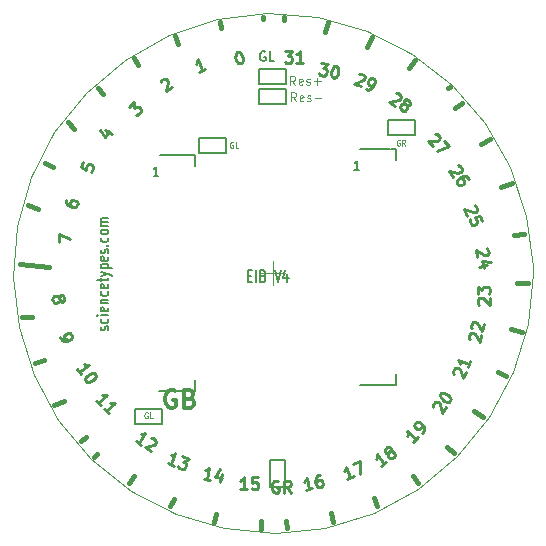
<source format=gto>
G04 (created by PCBNEW-RS274X (2012-apr-16-27)-stable) date Tue 01 Apr 2014 03:39:00 PM EDT*
G01*
G70*
G90*
%MOIN*%
G04 Gerber Fmt 3.4, Leading zero omitted, Abs format*
%FSLAX34Y34*%
G04 APERTURE LIST*
%ADD10C,0.006000*%
%ADD11C,0.007400*%
%ADD12C,0.015000*%
%ADD13C,0.000400*%
%ADD14C,0.005000*%
%ADD15C,0.007900*%
%ADD16C,0.004500*%
%ADD17C,0.012000*%
%ADD18C,0.009900*%
G04 APERTURE END LIST*
G54D10*
G54D11*
X33871Y-41276D02*
X33889Y-41248D01*
X33889Y-41192D01*
X33871Y-41163D01*
X33833Y-41149D01*
X33814Y-41149D01*
X33777Y-41163D01*
X33758Y-41192D01*
X33758Y-41234D01*
X33739Y-41262D01*
X33702Y-41276D01*
X33683Y-41276D01*
X33646Y-41262D01*
X33627Y-41234D01*
X33627Y-41192D01*
X33646Y-41163D01*
X33871Y-40896D02*
X33889Y-40924D01*
X33889Y-40981D01*
X33871Y-41009D01*
X33852Y-41023D01*
X33814Y-41037D01*
X33702Y-41037D01*
X33664Y-41023D01*
X33646Y-41009D01*
X33627Y-40981D01*
X33627Y-40924D01*
X33646Y-40896D01*
X33889Y-40770D02*
X33627Y-40770D01*
X33495Y-40770D02*
X33514Y-40784D01*
X33533Y-40770D01*
X33514Y-40756D01*
X33495Y-40770D01*
X33533Y-40770D01*
X33871Y-40517D02*
X33889Y-40545D01*
X33889Y-40602D01*
X33871Y-40630D01*
X33833Y-40644D01*
X33683Y-40644D01*
X33646Y-40630D01*
X33627Y-40602D01*
X33627Y-40545D01*
X33646Y-40517D01*
X33683Y-40503D01*
X33721Y-40503D01*
X33758Y-40644D01*
X33627Y-40377D02*
X33889Y-40377D01*
X33664Y-40377D02*
X33646Y-40363D01*
X33627Y-40335D01*
X33627Y-40292D01*
X33646Y-40264D01*
X33683Y-40250D01*
X33889Y-40250D01*
X33871Y-39983D02*
X33889Y-40011D01*
X33889Y-40068D01*
X33871Y-40096D01*
X33852Y-40110D01*
X33814Y-40124D01*
X33702Y-40124D01*
X33664Y-40110D01*
X33646Y-40096D01*
X33627Y-40068D01*
X33627Y-40011D01*
X33646Y-39983D01*
X33871Y-39744D02*
X33889Y-39772D01*
X33889Y-39829D01*
X33871Y-39857D01*
X33833Y-39871D01*
X33683Y-39871D01*
X33646Y-39857D01*
X33627Y-39829D01*
X33627Y-39772D01*
X33646Y-39744D01*
X33683Y-39730D01*
X33721Y-39730D01*
X33758Y-39871D01*
X33627Y-39646D02*
X33627Y-39534D01*
X33495Y-39604D02*
X33833Y-39604D01*
X33871Y-39590D01*
X33889Y-39562D01*
X33889Y-39534D01*
X33627Y-39463D02*
X33889Y-39393D01*
X33627Y-39322D02*
X33889Y-39393D01*
X33983Y-39421D01*
X34002Y-39435D01*
X34021Y-39463D01*
X33627Y-39210D02*
X34021Y-39210D01*
X33646Y-39210D02*
X33627Y-39182D01*
X33627Y-39125D01*
X33646Y-39097D01*
X33664Y-39083D01*
X33702Y-39069D01*
X33814Y-39069D01*
X33852Y-39083D01*
X33871Y-39097D01*
X33889Y-39125D01*
X33889Y-39182D01*
X33871Y-39210D01*
X33871Y-38830D02*
X33889Y-38858D01*
X33889Y-38915D01*
X33871Y-38943D01*
X33833Y-38957D01*
X33683Y-38957D01*
X33646Y-38943D01*
X33627Y-38915D01*
X33627Y-38858D01*
X33646Y-38830D01*
X33683Y-38816D01*
X33721Y-38816D01*
X33758Y-38957D01*
X33871Y-38704D02*
X33889Y-38676D01*
X33889Y-38620D01*
X33871Y-38591D01*
X33833Y-38577D01*
X33814Y-38577D01*
X33777Y-38591D01*
X33758Y-38620D01*
X33758Y-38662D01*
X33739Y-38690D01*
X33702Y-38704D01*
X33683Y-38704D01*
X33646Y-38690D01*
X33627Y-38662D01*
X33627Y-38620D01*
X33646Y-38591D01*
X33852Y-38451D02*
X33871Y-38437D01*
X33889Y-38451D01*
X33871Y-38465D01*
X33852Y-38451D01*
X33889Y-38451D01*
X33871Y-38184D02*
X33889Y-38212D01*
X33889Y-38269D01*
X33871Y-38297D01*
X33852Y-38311D01*
X33814Y-38325D01*
X33702Y-38325D01*
X33664Y-38311D01*
X33646Y-38297D01*
X33627Y-38269D01*
X33627Y-38212D01*
X33646Y-38184D01*
X33889Y-38016D02*
X33871Y-38044D01*
X33852Y-38058D01*
X33814Y-38072D01*
X33702Y-38072D01*
X33664Y-38058D01*
X33646Y-38044D01*
X33627Y-38016D01*
X33627Y-37973D01*
X33646Y-37945D01*
X33664Y-37931D01*
X33702Y-37917D01*
X33814Y-37917D01*
X33852Y-37931D01*
X33871Y-37945D01*
X33889Y-37973D01*
X33889Y-38016D01*
X33889Y-37791D02*
X33627Y-37791D01*
X33664Y-37791D02*
X33646Y-37777D01*
X33627Y-37749D01*
X33627Y-37706D01*
X33646Y-37678D01*
X33683Y-37664D01*
X33889Y-37664D01*
X33683Y-37664D02*
X33646Y-37650D01*
X33627Y-37622D01*
X33627Y-37580D01*
X33646Y-37552D01*
X33683Y-37538D01*
X33889Y-37538D01*
X38543Y-39461D02*
X38642Y-39461D01*
X38684Y-39667D02*
X38543Y-39667D01*
X38543Y-39273D01*
X38684Y-39273D01*
X38810Y-39667D02*
X38810Y-39273D01*
X39049Y-39461D02*
X39091Y-39480D01*
X39105Y-39499D01*
X39119Y-39536D01*
X39119Y-39592D01*
X39105Y-39630D01*
X39091Y-39649D01*
X39063Y-39667D01*
X38950Y-39667D01*
X38950Y-39273D01*
X39049Y-39273D01*
X39077Y-39292D01*
X39091Y-39311D01*
X39105Y-39349D01*
X39105Y-39386D01*
X39091Y-39424D01*
X39077Y-39442D01*
X39049Y-39461D01*
X38950Y-39461D01*
X39428Y-39273D02*
X39526Y-39667D01*
X39625Y-39273D01*
X39850Y-39405D02*
X39850Y-39667D01*
X39779Y-39255D02*
X39709Y-39536D01*
X39892Y-39536D01*
G54D12*
X41102Y-31339D02*
X41201Y-31004D01*
X42520Y-31831D02*
X42677Y-31516D01*
X43898Y-32520D02*
X44114Y-32283D01*
X45217Y-33209D02*
X45276Y-33150D01*
X45453Y-33878D02*
X45669Y-33701D01*
X46299Y-35079D02*
X46594Y-34902D01*
X46969Y-36496D02*
X47343Y-36378D01*
X47421Y-38091D02*
X47756Y-38051D01*
X47500Y-39705D02*
X47874Y-39705D01*
X47303Y-41220D02*
X47677Y-41319D01*
X46890Y-42657D02*
X47146Y-42815D01*
X46083Y-43976D02*
X46378Y-44154D01*
X45177Y-45177D02*
X45413Y-45374D01*
X44055Y-46142D02*
X44193Y-46378D01*
X42736Y-46870D02*
X42835Y-47126D01*
X41319Y-47382D02*
X41378Y-47657D01*
X39823Y-47638D02*
X39843Y-47874D01*
X38957Y-47894D02*
X38957Y-47874D01*
X38957Y-47638D02*
X38957Y-47894D01*
X37461Y-47402D02*
X37402Y-47657D01*
X36063Y-46890D02*
X35925Y-47146D01*
X34744Y-46142D02*
X34567Y-46358D01*
X33504Y-45413D02*
X33406Y-45512D01*
X33130Y-44823D02*
X32972Y-44961D01*
X32421Y-43622D02*
X32087Y-43760D01*
X31732Y-42283D02*
X31437Y-42382D01*
X31339Y-40827D02*
X31004Y-40846D01*
X31909Y-39173D02*
X30925Y-39075D01*
X31555Y-37244D02*
X31220Y-37106D01*
X32047Y-35827D02*
X31772Y-35689D01*
X32756Y-34567D02*
X32539Y-34331D01*
X33701Y-33406D02*
X33543Y-33189D01*
X34882Y-32441D02*
X34744Y-32205D01*
X36220Y-31732D02*
X36102Y-31457D01*
X37638Y-31201D02*
X37618Y-31004D01*
X39055Y-30906D02*
X39055Y-30827D01*
X39724Y-30945D02*
X39744Y-30846D01*
G54D13*
X38976Y-39370D02*
X39764Y-39370D01*
X39370Y-38976D02*
X39370Y-39764D01*
X48032Y-39370D02*
X47867Y-41052D01*
X47378Y-42670D01*
X46584Y-44163D01*
X45516Y-45473D01*
X44213Y-46551D01*
X42726Y-47355D01*
X41111Y-47855D01*
X39430Y-48031D01*
X37747Y-47878D01*
X36126Y-47401D01*
X34628Y-46618D01*
X33310Y-45558D01*
X32223Y-44263D01*
X31409Y-42782D01*
X30898Y-41170D01*
X30709Y-39490D01*
X30851Y-37807D01*
X31317Y-36182D01*
X32090Y-34678D01*
X33140Y-33353D01*
X34427Y-32258D01*
X35903Y-31433D01*
X37510Y-30911D01*
X39189Y-30710D01*
X40874Y-30840D01*
X42502Y-31295D01*
X44011Y-32057D01*
X45343Y-33098D01*
X46448Y-34377D01*
X47283Y-35847D01*
X47816Y-37451D01*
X48028Y-39129D01*
X48032Y-39370D01*
G54D14*
X38910Y-33234D02*
X39810Y-33234D01*
X39810Y-33234D02*
X39810Y-33734D01*
X39810Y-33734D02*
X38910Y-33734D01*
X38910Y-33734D02*
X38910Y-33234D01*
X38910Y-32575D02*
X39810Y-32575D01*
X39810Y-32575D02*
X39810Y-33075D01*
X39810Y-33075D02*
X38910Y-33075D01*
X38910Y-33075D02*
X38910Y-32575D01*
X44092Y-34778D02*
X43192Y-34778D01*
X43192Y-34778D02*
X43192Y-34278D01*
X43192Y-34278D02*
X44092Y-34278D01*
X44092Y-34278D02*
X44092Y-34778D01*
X37793Y-35368D02*
X36893Y-35368D01*
X36893Y-35368D02*
X36893Y-34868D01*
X36893Y-34868D02*
X37793Y-34868D01*
X37793Y-34868D02*
X37793Y-35368D01*
X35667Y-44384D02*
X34767Y-44384D01*
X34767Y-44384D02*
X34767Y-43884D01*
X34767Y-43884D02*
X35667Y-43884D01*
X35667Y-43884D02*
X35667Y-44384D01*
X39258Y-46513D02*
X39258Y-45613D01*
X39258Y-45613D02*
X39758Y-45613D01*
X39758Y-45613D02*
X39758Y-46513D01*
X39758Y-46513D02*
X39258Y-46513D01*
G54D15*
X36615Y-43307D02*
X35571Y-43307D01*
X36595Y-35433D02*
X35591Y-35433D01*
X35512Y-36122D02*
X35532Y-36122D01*
X35394Y-36122D02*
X35512Y-36122D01*
X35473Y-35826D02*
X35414Y-35886D01*
X35473Y-35846D02*
X35473Y-36102D01*
X36772Y-43306D02*
X36772Y-42932D01*
X36615Y-43306D02*
X36772Y-43306D01*
X36615Y-35433D02*
X36772Y-35433D01*
X36772Y-35433D02*
X36772Y-35807D01*
X43308Y-43110D02*
X42264Y-43110D01*
X43288Y-35236D02*
X42284Y-35236D01*
X42205Y-35925D02*
X42225Y-35925D01*
X42087Y-35925D02*
X42205Y-35925D01*
X42166Y-35629D02*
X42107Y-35689D01*
X42166Y-35649D02*
X42166Y-35905D01*
X43465Y-43109D02*
X43465Y-42735D01*
X43308Y-43109D02*
X43465Y-43109D01*
X43308Y-35236D02*
X43465Y-35236D01*
X43465Y-35236D02*
X43465Y-35610D01*
G54D16*
X40145Y-33643D02*
X40046Y-33502D01*
X39976Y-33643D02*
X39976Y-33348D01*
X40089Y-33348D01*
X40117Y-33362D01*
X40131Y-33376D01*
X40145Y-33404D01*
X40145Y-33446D01*
X40131Y-33474D01*
X40117Y-33488D01*
X40089Y-33502D01*
X39976Y-33502D01*
X40384Y-33629D02*
X40356Y-33643D01*
X40299Y-33643D01*
X40271Y-33629D01*
X40257Y-33601D01*
X40257Y-33488D01*
X40271Y-33460D01*
X40299Y-33446D01*
X40356Y-33446D01*
X40384Y-33460D01*
X40398Y-33488D01*
X40398Y-33516D01*
X40257Y-33545D01*
X40510Y-33629D02*
X40538Y-33643D01*
X40594Y-33643D01*
X40623Y-33629D01*
X40637Y-33601D01*
X40637Y-33587D01*
X40623Y-33559D01*
X40594Y-33545D01*
X40552Y-33545D01*
X40524Y-33531D01*
X40510Y-33502D01*
X40510Y-33488D01*
X40524Y-33460D01*
X40552Y-33446D01*
X40594Y-33446D01*
X40623Y-33460D01*
X40763Y-33531D02*
X40988Y-33531D01*
X40116Y-33091D02*
X40017Y-32950D01*
X39947Y-33091D02*
X39947Y-32796D01*
X40060Y-32796D01*
X40088Y-32810D01*
X40102Y-32824D01*
X40116Y-32852D01*
X40116Y-32894D01*
X40102Y-32922D01*
X40088Y-32936D01*
X40060Y-32950D01*
X39947Y-32950D01*
X40355Y-33077D02*
X40327Y-33091D01*
X40270Y-33091D01*
X40242Y-33077D01*
X40228Y-33049D01*
X40228Y-32936D01*
X40242Y-32908D01*
X40270Y-32894D01*
X40327Y-32894D01*
X40355Y-32908D01*
X40369Y-32936D01*
X40369Y-32964D01*
X40228Y-32993D01*
X40481Y-33077D02*
X40509Y-33091D01*
X40565Y-33091D01*
X40594Y-33077D01*
X40608Y-33049D01*
X40608Y-33035D01*
X40594Y-33007D01*
X40565Y-32993D01*
X40523Y-32993D01*
X40495Y-32979D01*
X40481Y-32950D01*
X40481Y-32936D01*
X40495Y-32908D01*
X40523Y-32894D01*
X40565Y-32894D01*
X40594Y-32908D01*
X40734Y-32979D02*
X40959Y-32979D01*
X40847Y-33091D02*
X40847Y-32866D01*
G54D17*
X36117Y-43293D02*
X36060Y-43265D01*
X35974Y-43265D01*
X35889Y-43293D01*
X35831Y-43351D01*
X35803Y-43408D01*
X35774Y-43522D01*
X35774Y-43608D01*
X35803Y-43722D01*
X35831Y-43779D01*
X35889Y-43836D01*
X35974Y-43865D01*
X36031Y-43865D01*
X36117Y-43836D01*
X36146Y-43808D01*
X36146Y-43608D01*
X36031Y-43608D01*
X36603Y-43551D02*
X36689Y-43579D01*
X36717Y-43608D01*
X36746Y-43665D01*
X36746Y-43751D01*
X36717Y-43808D01*
X36689Y-43836D01*
X36631Y-43865D01*
X36403Y-43865D01*
X36403Y-43265D01*
X36603Y-43265D01*
X36660Y-43293D01*
X36689Y-43322D01*
X36717Y-43379D01*
X36717Y-43436D01*
X36689Y-43493D01*
X36660Y-43522D01*
X36603Y-43551D01*
X36403Y-43551D01*
G54D18*
X39552Y-46310D02*
X39515Y-46291D01*
X39458Y-46291D01*
X39402Y-46310D01*
X39365Y-46348D01*
X39346Y-46385D01*
X39327Y-46460D01*
X39327Y-46517D01*
X39346Y-46592D01*
X39365Y-46629D01*
X39402Y-46667D01*
X39458Y-46685D01*
X39496Y-46685D01*
X39552Y-46667D01*
X39571Y-46648D01*
X39571Y-46517D01*
X39496Y-46517D01*
X39965Y-46685D02*
X39834Y-46498D01*
X39740Y-46685D02*
X39740Y-46291D01*
X39890Y-46291D01*
X39927Y-46310D01*
X39946Y-46329D01*
X39965Y-46367D01*
X39965Y-46423D01*
X39946Y-46460D01*
X39927Y-46479D01*
X39890Y-46498D01*
X39740Y-46498D01*
G54D16*
X43599Y-34930D02*
X43582Y-34921D01*
X43556Y-34921D01*
X43531Y-34930D01*
X43513Y-34950D01*
X43505Y-34969D01*
X43496Y-35007D01*
X43496Y-35035D01*
X43505Y-35073D01*
X43513Y-35092D01*
X43531Y-35111D01*
X43556Y-35121D01*
X43573Y-35121D01*
X43599Y-35111D01*
X43608Y-35102D01*
X43608Y-35035D01*
X43573Y-35035D01*
X43788Y-35121D02*
X43728Y-35026D01*
X43685Y-35121D02*
X43685Y-34921D01*
X43753Y-34921D01*
X43771Y-34930D01*
X43779Y-34940D01*
X43788Y-34959D01*
X43788Y-34988D01*
X43779Y-35007D01*
X43771Y-35016D01*
X43753Y-35026D01*
X43685Y-35026D01*
X38046Y-35008D02*
X38029Y-34999D01*
X38003Y-34999D01*
X37978Y-35008D01*
X37960Y-35028D01*
X37952Y-35047D01*
X37943Y-35085D01*
X37943Y-35113D01*
X37952Y-35151D01*
X37960Y-35170D01*
X37978Y-35189D01*
X38003Y-35199D01*
X38020Y-35199D01*
X38046Y-35189D01*
X38055Y-35180D01*
X38055Y-35113D01*
X38020Y-35113D01*
X38218Y-35199D02*
X38132Y-35199D01*
X38132Y-34999D01*
X35191Y-44024D02*
X35174Y-44015D01*
X35148Y-44015D01*
X35123Y-44024D01*
X35105Y-44044D01*
X35097Y-44063D01*
X35088Y-44101D01*
X35088Y-44129D01*
X35097Y-44167D01*
X35105Y-44186D01*
X35123Y-44205D01*
X35148Y-44215D01*
X35165Y-44215D01*
X35191Y-44205D01*
X35200Y-44196D01*
X35200Y-44129D01*
X35165Y-44129D01*
X35363Y-44215D02*
X35277Y-44215D01*
X35277Y-44015D01*
G54D18*
X33776Y-34604D02*
X33993Y-34749D01*
X33599Y-34598D02*
X33780Y-34833D01*
X33916Y-34630D01*
X38508Y-46576D02*
X38283Y-46576D01*
X38396Y-46576D02*
X38396Y-46182D01*
X38358Y-46239D01*
X38321Y-46276D01*
X38283Y-46295D01*
X38864Y-46182D02*
X38677Y-46182D01*
X38658Y-46370D01*
X38677Y-46351D01*
X38714Y-46333D01*
X38808Y-46333D01*
X38846Y-46351D01*
X38864Y-46370D01*
X38883Y-46408D01*
X38883Y-46501D01*
X38864Y-46539D01*
X38846Y-46558D01*
X38808Y-46576D01*
X38714Y-46576D01*
X38677Y-46558D01*
X38658Y-46539D01*
X37277Y-46263D02*
X37057Y-46219D01*
X37167Y-46241D02*
X37245Y-45855D01*
X37196Y-45903D01*
X37153Y-45932D01*
X37112Y-45944D01*
X37660Y-46073D02*
X37609Y-46329D01*
X37597Y-45907D02*
X37450Y-46164D01*
X37689Y-46212D01*
X36071Y-45787D02*
X35863Y-45701D01*
X35967Y-45744D02*
X36118Y-45380D01*
X36061Y-45418D01*
X36013Y-45438D01*
X35971Y-45441D01*
X36343Y-45473D02*
X36568Y-45567D01*
X36389Y-45656D01*
X36441Y-45677D01*
X36469Y-45709D01*
X36479Y-45733D01*
X36482Y-45775D01*
X36446Y-45861D01*
X36414Y-45889D01*
X36390Y-45900D01*
X36348Y-45902D01*
X36245Y-45859D01*
X36216Y-45828D01*
X36206Y-45803D01*
X34987Y-45090D02*
X34800Y-44965D01*
X34894Y-45028D02*
X35113Y-44701D01*
X35050Y-44727D01*
X34999Y-44737D01*
X34957Y-44732D01*
X35310Y-44878D02*
X35336Y-44873D01*
X35378Y-44878D01*
X35456Y-44930D01*
X35477Y-44967D01*
X35481Y-44993D01*
X35476Y-45035D01*
X35455Y-45066D01*
X35408Y-45101D01*
X35096Y-45163D01*
X35299Y-45299D01*
X33634Y-43779D02*
X33474Y-43620D01*
X33554Y-43700D02*
X33833Y-43422D01*
X33766Y-43435D01*
X33713Y-43435D01*
X33673Y-43422D01*
X33899Y-44045D02*
X33740Y-43885D01*
X33820Y-43965D02*
X34098Y-43687D01*
X34031Y-43700D01*
X33979Y-43700D01*
X33938Y-43687D01*
X32976Y-42743D02*
X32851Y-42556D01*
X32914Y-42650D02*
X33242Y-42431D01*
X33173Y-42431D01*
X33122Y-42421D01*
X33085Y-42400D01*
X33439Y-42727D02*
X33460Y-42758D01*
X33465Y-42800D01*
X33460Y-42826D01*
X33438Y-42863D01*
X33386Y-42920D01*
X33309Y-42972D01*
X33236Y-42997D01*
X33194Y-43003D01*
X33168Y-42998D01*
X33132Y-42977D01*
X33111Y-42946D01*
X33105Y-42904D01*
X33111Y-42879D01*
X33132Y-42842D01*
X33184Y-42784D01*
X33261Y-42733D01*
X33334Y-42707D01*
X33377Y-42702D01*
X33402Y-42706D01*
X33439Y-42727D01*
X32266Y-41508D02*
X32294Y-41578D01*
X32325Y-41605D01*
X32350Y-41615D01*
X32416Y-41628D01*
X32493Y-41617D01*
X32631Y-41560D01*
X32659Y-41527D01*
X32670Y-41504D01*
X32673Y-41461D01*
X32644Y-41392D01*
X32612Y-41365D01*
X32587Y-41355D01*
X32545Y-41352D01*
X32459Y-41387D01*
X32431Y-41419D01*
X32421Y-41444D01*
X32419Y-41485D01*
X32447Y-41555D01*
X32478Y-41583D01*
X32503Y-41592D01*
X32545Y-41595D01*
X32243Y-40187D02*
X32253Y-40147D01*
X32268Y-40125D01*
X32302Y-40099D01*
X32319Y-40095D01*
X32360Y-40107D01*
X32383Y-40121D01*
X32408Y-40154D01*
X32423Y-40228D01*
X32412Y-40269D01*
X32397Y-40290D01*
X32363Y-40316D01*
X32345Y-40319D01*
X32304Y-40308D01*
X32282Y-40294D01*
X32257Y-40260D01*
X32243Y-40187D01*
X32217Y-40154D01*
X32194Y-40139D01*
X32154Y-40128D01*
X32081Y-40142D01*
X32047Y-40168D01*
X32032Y-40191D01*
X32022Y-40231D01*
X32036Y-40304D01*
X32061Y-40338D01*
X32084Y-40352D01*
X32125Y-40363D01*
X32198Y-40349D01*
X32231Y-40323D01*
X32246Y-40301D01*
X32257Y-40260D01*
X32226Y-38340D02*
X32226Y-38077D01*
X32620Y-38246D01*
X32481Y-36926D02*
X32467Y-37000D01*
X32478Y-37041D01*
X32493Y-37063D01*
X32541Y-37111D01*
X32610Y-37144D01*
X32757Y-37173D01*
X32798Y-37162D01*
X32821Y-37147D01*
X32846Y-37114D01*
X32860Y-37041D01*
X32850Y-37000D01*
X32835Y-36979D01*
X32802Y-36953D01*
X32710Y-36934D01*
X32669Y-36946D01*
X32647Y-36960D01*
X32622Y-36993D01*
X32607Y-37067D01*
X32618Y-37107D01*
X32633Y-37129D01*
X32666Y-37155D01*
X33047Y-35669D02*
X32975Y-35842D01*
X33142Y-35931D01*
X33131Y-35907D01*
X33129Y-35866D01*
X33165Y-35779D01*
X33196Y-35751D01*
X33221Y-35741D01*
X33263Y-35738D01*
X33349Y-35774D01*
X33377Y-35806D01*
X33387Y-35830D01*
X33389Y-35872D01*
X33353Y-35959D01*
X33323Y-35986D01*
X33298Y-35996D01*
X34564Y-33843D02*
X34737Y-33671D01*
X34751Y-33870D01*
X34790Y-33831D01*
X34830Y-33817D01*
X34856Y-33817D01*
X34897Y-33831D01*
X34962Y-33896D01*
X34976Y-33937D01*
X34976Y-33963D01*
X34962Y-34003D01*
X34883Y-34082D01*
X34844Y-34096D01*
X34817Y-34096D01*
X35625Y-33008D02*
X35630Y-32982D01*
X35650Y-32946D01*
X35728Y-32893D01*
X35770Y-32888D01*
X35796Y-32894D01*
X35833Y-32915D01*
X35853Y-32946D01*
X35869Y-33003D01*
X35806Y-33315D01*
X36009Y-33180D01*
X37114Y-32565D02*
X36906Y-32651D01*
X37011Y-32608D02*
X36860Y-32244D01*
X36847Y-32311D01*
X36827Y-32359D01*
X36799Y-32391D01*
X38185Y-31997D02*
X38221Y-31990D01*
X38262Y-32001D01*
X38284Y-32016D01*
X38309Y-32050D01*
X38343Y-32120D01*
X38361Y-32211D01*
X38357Y-32288D01*
X38346Y-32329D01*
X38331Y-32351D01*
X38298Y-32376D01*
X38261Y-32383D01*
X38220Y-32373D01*
X38199Y-32358D01*
X38173Y-32324D01*
X38140Y-32255D01*
X38122Y-32163D01*
X38126Y-32086D01*
X38137Y-32045D01*
X38151Y-32023D01*
X38185Y-31997D01*
X40973Y-32364D02*
X41213Y-32412D01*
X41054Y-32534D01*
X41109Y-32545D01*
X41143Y-32570D01*
X41157Y-32592D01*
X41168Y-32633D01*
X41150Y-32725D01*
X41124Y-32758D01*
X41103Y-32773D01*
X41062Y-32784D01*
X40952Y-32762D01*
X40918Y-32736D01*
X40903Y-32714D01*
X41452Y-32460D02*
X41488Y-32467D01*
X41522Y-32493D01*
X41537Y-32515D01*
X41547Y-32556D01*
X41551Y-32633D01*
X41532Y-32725D01*
X41499Y-32794D01*
X41474Y-32828D01*
X41452Y-32843D01*
X41411Y-32853D01*
X41375Y-32846D01*
X41341Y-32821D01*
X41327Y-32799D01*
X41316Y-32758D01*
X41312Y-32681D01*
X41330Y-32589D01*
X41363Y-32520D01*
X41389Y-32486D01*
X41411Y-32471D01*
X41452Y-32460D01*
X40684Y-46549D02*
X40464Y-46592D01*
X40574Y-46570D02*
X40498Y-46184D01*
X40472Y-46247D01*
X40443Y-46291D01*
X40409Y-46317D01*
X40939Y-46096D02*
X40866Y-46111D01*
X40832Y-46137D01*
X40817Y-46159D01*
X40792Y-46221D01*
X40788Y-46299D01*
X40817Y-46446D01*
X40843Y-46479D01*
X40865Y-46494D01*
X40905Y-46505D01*
X40979Y-46490D01*
X41012Y-46465D01*
X41026Y-46443D01*
X41038Y-46402D01*
X41020Y-46311D01*
X40994Y-46277D01*
X40972Y-46262D01*
X40931Y-46252D01*
X40858Y-46266D01*
X40825Y-46291D01*
X40810Y-46314D01*
X40799Y-46355D01*
X42059Y-46141D02*
X41851Y-46227D01*
X41955Y-46183D02*
X41804Y-45819D01*
X41791Y-45887D01*
X41771Y-45935D01*
X41743Y-45967D01*
X42029Y-45726D02*
X42272Y-45626D01*
X42266Y-46054D01*
X43156Y-45666D02*
X42969Y-45791D01*
X43063Y-45728D02*
X42844Y-45400D01*
X42844Y-45469D01*
X42834Y-45520D01*
X42813Y-45557D01*
X43218Y-45354D02*
X43177Y-45359D01*
X43151Y-45354D01*
X43114Y-45333D01*
X43104Y-45318D01*
X43099Y-45276D01*
X43104Y-45250D01*
X43124Y-45213D01*
X43187Y-45172D01*
X43229Y-45166D01*
X43254Y-45172D01*
X43291Y-45193D01*
X43301Y-45208D01*
X43307Y-45250D01*
X43302Y-45276D01*
X43281Y-45312D01*
X43218Y-45354D01*
X43198Y-45390D01*
X43193Y-45417D01*
X43197Y-45458D01*
X43239Y-45520D01*
X43276Y-45541D01*
X43302Y-45547D01*
X43343Y-45541D01*
X43405Y-45499D01*
X43427Y-45463D01*
X43431Y-45438D01*
X43426Y-45395D01*
X43385Y-45333D01*
X43348Y-45313D01*
X43323Y-45307D01*
X43281Y-45312D01*
X44213Y-44830D02*
X44054Y-44990D01*
X44134Y-44910D02*
X43856Y-44631D01*
X43869Y-44698D01*
X43869Y-44751D01*
X43856Y-44791D01*
X44346Y-44698D02*
X44399Y-44644D01*
X44413Y-44606D01*
X44413Y-44579D01*
X44399Y-44513D01*
X44360Y-44447D01*
X44254Y-44340D01*
X44213Y-44327D01*
X44187Y-44326D01*
X44147Y-44340D01*
X44094Y-44393D01*
X44081Y-44432D01*
X44081Y-44459D01*
X44095Y-44500D01*
X44160Y-44565D01*
X44201Y-44579D01*
X44228Y-44579D01*
X44266Y-44565D01*
X44319Y-44512D01*
X44334Y-44473D01*
X44333Y-44447D01*
X44319Y-44406D01*
X44707Y-43821D02*
X44702Y-43794D01*
X44707Y-43753D01*
X44759Y-43675D01*
X44796Y-43654D01*
X44822Y-43650D01*
X44864Y-43655D01*
X44895Y-43675D01*
X44931Y-43722D01*
X44993Y-44035D01*
X45128Y-43832D01*
X44937Y-43410D02*
X44957Y-43379D01*
X44994Y-43358D01*
X45021Y-43353D01*
X45062Y-43359D01*
X45135Y-43385D01*
X45212Y-43437D01*
X45264Y-43494D01*
X45286Y-43530D01*
X45291Y-43557D01*
X45285Y-43598D01*
X45264Y-43629D01*
X45228Y-43651D01*
X45202Y-43655D01*
X45160Y-43650D01*
X45087Y-43624D01*
X45010Y-43572D01*
X44958Y-43514D01*
X44937Y-43478D01*
X44931Y-43452D01*
X44937Y-43410D01*
X45392Y-42723D02*
X45382Y-42698D01*
X45379Y-42656D01*
X45414Y-42570D01*
X45447Y-42542D01*
X45471Y-42532D01*
X45513Y-42529D01*
X45548Y-42544D01*
X45592Y-42583D01*
X45714Y-42877D01*
X45807Y-42651D01*
X45951Y-42305D02*
X45865Y-42513D01*
X45908Y-42408D02*
X45544Y-42257D01*
X45582Y-42314D01*
X45602Y-42363D01*
X45605Y-42405D01*
X45929Y-41575D02*
X45914Y-41552D01*
X45903Y-41512D01*
X45921Y-41420D01*
X45947Y-41387D01*
X45969Y-41373D01*
X46010Y-41361D01*
X46047Y-41369D01*
X46098Y-41398D01*
X46274Y-41663D01*
X46322Y-41424D01*
X46003Y-41207D02*
X45988Y-41184D01*
X45976Y-41144D01*
X45995Y-41052D01*
X46021Y-41019D01*
X46043Y-41005D01*
X46084Y-40994D01*
X46120Y-41001D01*
X46171Y-41031D01*
X46348Y-41295D01*
X46396Y-41056D01*
X46240Y-40418D02*
X46221Y-40399D01*
X46202Y-40362D01*
X46202Y-40268D01*
X46221Y-40230D01*
X46240Y-40212D01*
X46278Y-40193D01*
X46315Y-40193D01*
X46371Y-40212D01*
X46596Y-40437D01*
X46596Y-40193D01*
X46202Y-40062D02*
X46202Y-39818D01*
X46353Y-39949D01*
X46353Y-39893D01*
X46371Y-39855D01*
X46390Y-39837D01*
X46428Y-39818D01*
X46521Y-39818D01*
X46559Y-39837D01*
X46578Y-39855D01*
X46596Y-39893D01*
X46596Y-40005D01*
X46578Y-40043D01*
X46559Y-40062D01*
X46493Y-38545D02*
X46515Y-38560D01*
X46541Y-38593D01*
X46559Y-38685D01*
X46548Y-38726D01*
X46533Y-38748D01*
X46499Y-38774D01*
X46463Y-38781D01*
X46404Y-38773D01*
X46140Y-38596D01*
X46187Y-38835D01*
X46510Y-39116D02*
X46253Y-39167D01*
X46639Y-38995D02*
X46345Y-38957D01*
X46392Y-39196D01*
X46091Y-37108D02*
X46116Y-37119D01*
X46148Y-37146D01*
X46184Y-37232D01*
X46181Y-37275D01*
X46170Y-37299D01*
X46142Y-37331D01*
X46108Y-37345D01*
X46049Y-37349D01*
X45755Y-37227D01*
X45848Y-37453D01*
X46349Y-37631D02*
X46277Y-37458D01*
X46096Y-37512D01*
X46121Y-37523D01*
X46152Y-37550D01*
X46188Y-37637D01*
X46186Y-37679D01*
X46175Y-37703D01*
X46147Y-37735D01*
X46061Y-37770D01*
X46019Y-37767D01*
X45994Y-37758D01*
X45963Y-37730D01*
X45927Y-37643D01*
X45930Y-37602D01*
X45940Y-37577D01*
X45548Y-35783D02*
X45575Y-35788D01*
X45611Y-35809D01*
X45663Y-35887D01*
X45669Y-35929D01*
X45663Y-35954D01*
X45642Y-35991D01*
X45611Y-36012D01*
X45554Y-36027D01*
X45242Y-35965D01*
X45377Y-36168D01*
X45892Y-36230D02*
X45851Y-36168D01*
X45814Y-36147D01*
X45788Y-36142D01*
X45720Y-36142D01*
X45648Y-36168D01*
X45523Y-36251D01*
X45502Y-36288D01*
X45496Y-36314D01*
X45502Y-36355D01*
X45544Y-36417D01*
X45580Y-36439D01*
X45605Y-36443D01*
X45648Y-36438D01*
X45725Y-36387D01*
X45746Y-36350D01*
X45752Y-36324D01*
X45746Y-36283D01*
X45704Y-36220D01*
X45669Y-36199D01*
X45642Y-36194D01*
X45600Y-36199D01*
X44789Y-34728D02*
X44816Y-34728D01*
X44856Y-34740D01*
X44922Y-34807D01*
X44936Y-34847D01*
X44935Y-34873D01*
X44921Y-34914D01*
X44895Y-34940D01*
X44842Y-34966D01*
X44524Y-34966D01*
X44697Y-35138D01*
X45068Y-34952D02*
X45254Y-35138D01*
X44856Y-35297D01*
X43462Y-33369D02*
X43489Y-33364D01*
X43530Y-33369D01*
X43608Y-33421D01*
X43629Y-33458D01*
X43633Y-33484D01*
X43628Y-33526D01*
X43608Y-33557D01*
X43561Y-33593D01*
X43248Y-33655D01*
X43451Y-33790D01*
X43763Y-33729D02*
X43743Y-33693D01*
X43737Y-33667D01*
X43743Y-33625D01*
X43753Y-33610D01*
X43790Y-33589D01*
X43816Y-33583D01*
X43857Y-33588D01*
X43920Y-33630D01*
X43941Y-33667D01*
X43945Y-33693D01*
X43940Y-33735D01*
X43930Y-33750D01*
X43893Y-33771D01*
X43867Y-33777D01*
X43826Y-33770D01*
X43763Y-33729D01*
X43722Y-33724D01*
X43696Y-33729D01*
X43659Y-33749D01*
X43618Y-33812D01*
X43612Y-33854D01*
X43617Y-33880D01*
X43638Y-33916D01*
X43701Y-33957D01*
X43742Y-33963D01*
X43768Y-33958D01*
X43805Y-33937D01*
X43846Y-33874D01*
X43851Y-33833D01*
X43847Y-33807D01*
X43826Y-33770D01*
X39760Y-31970D02*
X40004Y-31970D01*
X39873Y-32121D01*
X39929Y-32121D01*
X39967Y-32139D01*
X39985Y-32158D01*
X40004Y-32196D01*
X40004Y-32289D01*
X39985Y-32327D01*
X39967Y-32346D01*
X39929Y-32364D01*
X39817Y-32364D01*
X39779Y-32346D01*
X39760Y-32327D01*
X40379Y-32364D02*
X40154Y-32364D01*
X40267Y-32364D02*
X40267Y-31970D01*
X40229Y-32027D01*
X40192Y-32064D01*
X40154Y-32083D01*
G54D15*
X39109Y-31992D02*
X39079Y-31977D01*
X39034Y-31977D01*
X38989Y-31992D01*
X38959Y-32022D01*
X38944Y-32052D01*
X38929Y-32112D01*
X38929Y-32157D01*
X38944Y-32217D01*
X38959Y-32247D01*
X38989Y-32277D01*
X39034Y-32292D01*
X39064Y-32292D01*
X39109Y-32277D01*
X39124Y-32262D01*
X39124Y-32157D01*
X39064Y-32157D01*
X39409Y-32292D02*
X39259Y-32292D01*
X39259Y-31977D01*
G54D18*
X42239Y-32734D02*
X42264Y-32724D01*
X42306Y-32721D01*
X42392Y-32756D01*
X42420Y-32789D01*
X42430Y-32813D01*
X42433Y-32855D01*
X42418Y-32890D01*
X42379Y-32934D01*
X42085Y-33056D01*
X42311Y-33149D01*
X42485Y-33221D02*
X42554Y-33250D01*
X42595Y-33247D01*
X42620Y-33237D01*
X42675Y-33200D01*
X42722Y-33137D01*
X42779Y-32999D01*
X42776Y-32957D01*
X42767Y-32932D01*
X42739Y-32900D01*
X42670Y-32871D01*
X42628Y-32875D01*
X42603Y-32885D01*
X42571Y-32913D01*
X42536Y-32999D01*
X42539Y-33041D01*
X42549Y-33066D01*
X42576Y-33097D01*
X42645Y-33125D01*
X42687Y-33123D01*
X42711Y-33113D01*
X42743Y-33085D01*
M02*

</source>
